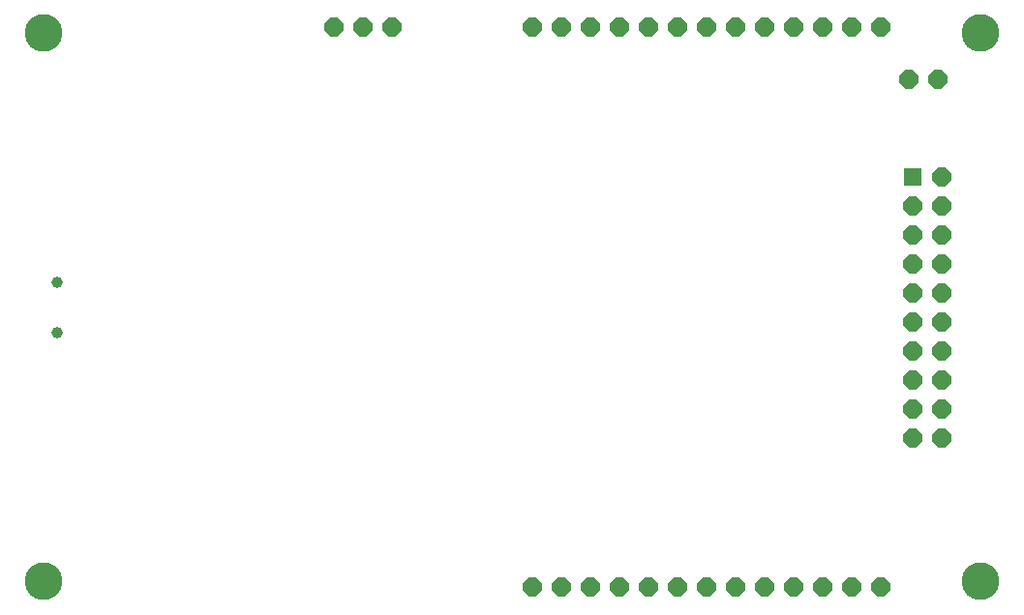
<source format=gbs>
G75*
G70*
%OFA0B0*%
%FSLAX24Y24*%
%IPPOS*%
%LPD*%
%AMOC8*
5,1,8,0,0,1.08239X$1,22.5*
%
%ADD10OC8,0.0640*%
%ADD11C,0.0394*%
%ADD12C,0.1300*%
%ADD13R,0.0640X0.0640*%
D10*
X024023Y004795D03*
X025023Y004795D03*
X026023Y004795D03*
X027023Y004795D03*
X028023Y004795D03*
X029023Y004795D03*
X030023Y004795D03*
X031023Y004795D03*
X032023Y004795D03*
X033023Y004795D03*
X034023Y004795D03*
X035023Y004795D03*
X036023Y004795D03*
X037122Y009940D03*
X038122Y009940D03*
X038122Y010940D03*
X037122Y010940D03*
X037122Y011940D03*
X038122Y011940D03*
X038122Y012940D03*
X037122Y012940D03*
X037122Y013940D03*
X038122Y013940D03*
X038122Y014940D03*
X037122Y014940D03*
X037122Y015940D03*
X038122Y015940D03*
X038122Y016940D03*
X037122Y016940D03*
X037122Y017940D03*
X038122Y017940D03*
X038122Y018940D03*
X038004Y022314D03*
X037004Y022314D03*
X036023Y024086D03*
X035023Y024086D03*
X034023Y024086D03*
X033023Y024086D03*
X032023Y024086D03*
X031023Y024086D03*
X030023Y024086D03*
X029023Y024086D03*
X028023Y024086D03*
X027023Y024086D03*
X026023Y024086D03*
X025023Y024086D03*
X024023Y024086D03*
X019212Y024086D03*
X018212Y024086D03*
X017212Y024086D03*
D11*
X007681Y015306D03*
X007681Y013574D03*
D12*
X007189Y004991D03*
X007189Y023889D03*
X039472Y023889D03*
X039472Y004991D03*
D13*
X037122Y018940D03*
M02*

</source>
